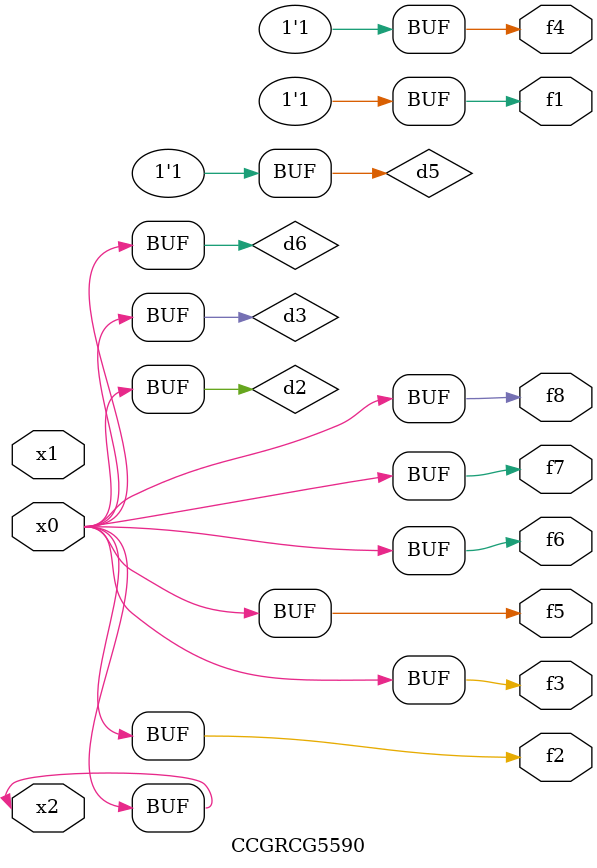
<source format=v>
module CCGRCG5590(
	input x0, x1, x2,
	output f1, f2, f3, f4, f5, f6, f7, f8
);

	wire d1, d2, d3, d4, d5, d6;

	xnor (d1, x2);
	buf (d2, x0, x2);
	and (d3, x0);
	xnor (d4, x1, x2);
	nand (d5, d1, d3);
	buf (d6, d2, d3);
	assign f1 = d5;
	assign f2 = d6;
	assign f3 = d6;
	assign f4 = d5;
	assign f5 = d6;
	assign f6 = d6;
	assign f7 = d6;
	assign f8 = d6;
endmodule

</source>
